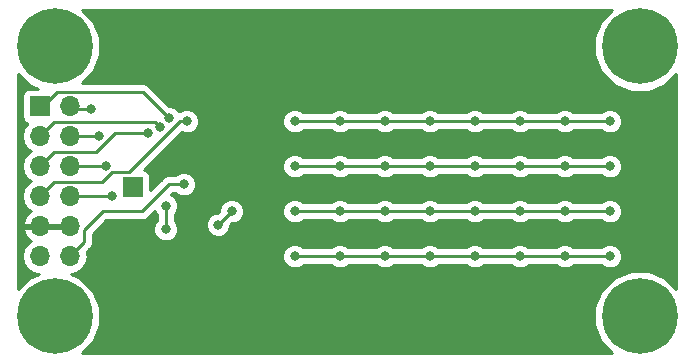
<source format=gbr>
G04 #@! TF.GenerationSoftware,KiCad,Pcbnew,5.0.2-bee76a0~70~ubuntu18.04.1*
G04 #@! TF.CreationDate,2019-08-18T09:54:40+02:00*
G04 #@! TF.ProjectId,595display,35393564-6973-4706-9c61-792e6b696361,rev?*
G04 #@! TF.SameCoordinates,PX5e78920PY37b6b20*
G04 #@! TF.FileFunction,Copper,L2,Bot*
G04 #@! TF.FilePolarity,Positive*
%FSLAX46Y46*%
G04 Gerber Fmt 4.6, Leading zero omitted, Abs format (unit mm)*
G04 Created by KiCad (PCBNEW 5.0.2-bee76a0~70~ubuntu18.04.1) date zo 18 aug 2019 09:54:40 CEST*
%MOMM*%
%LPD*%
G01*
G04 APERTURE LIST*
G04 #@! TA.AperFunction,ComponentPad*
%ADD10R,1.700000X1.700000*%
G04 #@! TD*
G04 #@! TA.AperFunction,ComponentPad*
%ADD11O,1.700000X1.700000*%
G04 #@! TD*
G04 #@! TA.AperFunction,ComponentPad*
%ADD12C,0.800000*%
G04 #@! TD*
G04 #@! TA.AperFunction,ComponentPad*
%ADD13C,6.400000*%
G04 #@! TD*
G04 #@! TA.AperFunction,ViaPad*
%ADD14C,0.800000*%
G04 #@! TD*
G04 #@! TA.AperFunction,Conductor*
%ADD15C,0.250000*%
G04 #@! TD*
G04 #@! TA.AperFunction,Conductor*
%ADD16C,0.254000*%
G04 #@! TD*
G04 APERTURE END LIST*
D10*
G04 #@! TO.P,J1,1*
G04 #@! TO.N,Net-(J1-Pad1)*
X2540000Y21590000D03*
D11*
G04 #@! TO.P,J1,2*
G04 #@! TO.N,Net-(J1-Pad2)*
X5080000Y21590000D03*
G04 #@! TO.P,J1,3*
G04 #@! TO.N,Net-(J1-Pad3)*
X2540000Y19050000D03*
G04 #@! TO.P,J1,4*
G04 #@! TO.N,Net-(J1-Pad4)*
X5080000Y19050000D03*
G04 #@! TO.P,J1,5*
G04 #@! TO.N,Net-(J1-Pad5)*
X2540000Y16510000D03*
G04 #@! TO.P,J1,6*
G04 #@! TO.N,Net-(J1-Pad6)*
X5080000Y16510000D03*
G04 #@! TO.P,J1,7*
G04 #@! TO.N,Net-(J1-Pad7)*
X2540000Y13970000D03*
G04 #@! TO.P,J1,8*
G04 #@! TO.N,Net-(J1-Pad8)*
X5080000Y13970000D03*
G04 #@! TO.P,J1,9*
G04 #@! TO.N,GND*
X2540000Y11430000D03*
G04 #@! TO.P,J1,10*
X5080000Y11430000D03*
G04 #@! TO.P,J1,11*
G04 #@! TO.N,VCC*
X2540000Y8890000D03*
G04 #@! TO.P,J1,12*
X5080000Y8890000D03*
G04 #@! TD*
D10*
G04 #@! TO.P,J2,1*
G04 #@! TO.N,Net-(J2-Pad1)*
X10414000Y14732000D03*
G04 #@! TD*
D12*
G04 #@! TO.P,REF\002A\002A,1*
G04 #@! TO.N,N/C*
X5507056Y28367056D03*
X3810000Y29070000D03*
X2112944Y28367056D03*
X1410000Y26670000D03*
X2112944Y24972944D03*
X3810000Y24270000D03*
X5507056Y24972944D03*
X6210000Y26670000D03*
D13*
X3810000Y26670000D03*
G04 #@! TD*
D12*
G04 #@! TO.P,REF\002A\002A,1*
G04 #@! TO.N,N/C*
X55037056Y28367056D03*
X53340000Y29070000D03*
X51642944Y28367056D03*
X50940000Y26670000D03*
X51642944Y24972944D03*
X53340000Y24270000D03*
X55037056Y24972944D03*
X55740000Y26670000D03*
D13*
X53340000Y26670000D03*
G04 #@! TD*
D12*
G04 #@! TO.P,REF\002A\002A,1*
G04 #@! TO.N,N/C*
X5507056Y5507056D03*
X3810000Y6210000D03*
X2112944Y5507056D03*
X1410000Y3810000D03*
X2112944Y2112944D03*
X3810000Y1410000D03*
X5507056Y2112944D03*
X6210000Y3810000D03*
D13*
X3810000Y3810000D03*
G04 #@! TD*
D12*
G04 #@! TO.P,REF\002A\002A,1*
G04 #@! TO.N,N/C*
X55037056Y5507056D03*
X53340000Y6210000D03*
X51642944Y5507056D03*
X50940000Y3810000D03*
X51642944Y2112944D03*
X53340000Y1410000D03*
X55037056Y2112944D03*
X55740000Y3810000D03*
D13*
X53340000Y3810000D03*
G04 #@! TD*
D14*
G04 #@! TO.N,VCC*
X14732000Y14986000D03*
G04 #@! TO.N,GND*
X7620000Y24130000D03*
X20320000Y7620000D03*
X17780000Y15240000D03*
G04 #@! TO.N,Net-(D1-Pad1)*
X13208000Y11176000D03*
X13208000Y13171000D03*
X50800000Y20320000D03*
X46990000Y20320000D03*
X43180000Y20320000D03*
X39370000Y20320000D03*
X35560000Y20320000D03*
X31750000Y20320000D03*
X27940000Y20320000D03*
X24130000Y20320000D03*
G04 #@! TO.N,Net-(D10-Pad1)*
X17648347Y11552347D03*
X18796000Y12700000D03*
X50800000Y16510000D03*
X46990000Y16510000D03*
X43180000Y16510000D03*
X39370000Y16510000D03*
X35560000Y16510000D03*
X31750000Y16510000D03*
X27940000Y16510000D03*
X24130000Y16510000D03*
G04 #@! TO.N,Net-(D11-Pad1)*
X50800000Y12700000D03*
X46990000Y12700000D03*
X43180000Y12700000D03*
X39370000Y12700000D03*
X35560000Y12700000D03*
X31750000Y12700000D03*
X27940000Y12700000D03*
X24130000Y12700000D03*
G04 #@! TO.N,Net-(D12-Pad1)*
X50800000Y8890000D03*
X46990000Y8890000D03*
X43180000Y8890000D03*
X39370000Y8890000D03*
X35560000Y8890000D03*
X31750000Y8890000D03*
X27940000Y8890000D03*
X24130000Y8890000D03*
G04 #@! TO.N,Net-(J1-Pad1)*
X13462000Y20574000D03*
G04 #@! TO.N,Net-(J1-Pad2)*
X6858000Y21336000D03*
G04 #@! TO.N,Net-(J1-Pad3)*
X12700000Y19812000D03*
G04 #@! TO.N,Net-(J1-Pad4)*
X7583000Y19050000D03*
G04 #@! TO.N,Net-(J1-Pad5)*
X11684000Y19304000D03*
G04 #@! TO.N,Net-(J1-Pad6)*
X8128000Y16510000D03*
G04 #@! TO.N,Net-(J1-Pad7)*
X14986000Y20320000D03*
G04 #@! TO.N,Net-(J1-Pad8)*
X8636000Y13970000D03*
G04 #@! TD*
D15*
G04 #@! TO.N,VCC*
X6255001Y10065001D02*
X6255001Y11081001D01*
X5080000Y8890000D02*
X6255001Y10065001D01*
X6255001Y11081001D02*
X7874000Y12700000D01*
X7874000Y12700000D02*
X11176000Y12700000D01*
X11176000Y12700000D02*
X13462000Y14986000D01*
X13462000Y14986000D02*
X14732000Y14986000D01*
G04 #@! TO.N,Net-(D1-Pad1)*
X13208000Y11176000D02*
X13208000Y13171000D01*
X50800000Y20320000D02*
X46990000Y20320000D01*
X46990000Y20320000D02*
X43180000Y20320000D01*
X43180000Y20320000D02*
X39370000Y20320000D01*
X39370000Y20320000D02*
X35560000Y20320000D01*
X35560000Y20320000D02*
X31750000Y20320000D01*
X31750000Y20320000D02*
X27940000Y20320000D01*
X27940000Y20320000D02*
X24130000Y20320000D01*
G04 #@! TO.N,Net-(D10-Pad1)*
X17648347Y11552347D02*
X18796000Y12700000D01*
X50800000Y16510000D02*
X46990000Y16510000D01*
X46990000Y16510000D02*
X43180000Y16510000D01*
X43180000Y16510000D02*
X39370000Y16510000D01*
X39370000Y16510000D02*
X35560000Y16510000D01*
X35560000Y16510000D02*
X31750000Y16510000D01*
X31750000Y16510000D02*
X27940000Y16510000D01*
X27940000Y16510000D02*
X24130000Y16510000D01*
G04 #@! TO.N,Net-(D11-Pad1)*
X50800000Y12700000D02*
X46990000Y12700000D01*
X46990000Y12700000D02*
X43180000Y12700000D01*
X43180000Y12700000D02*
X39370000Y12700000D01*
X39370000Y12700000D02*
X35560000Y12700000D01*
X35560000Y12700000D02*
X31750000Y12700000D01*
X31750000Y12700000D02*
X27940000Y12700000D01*
X27940000Y12700000D02*
X24130000Y12700000D01*
G04 #@! TO.N,Net-(D12-Pad1)*
X50800000Y8890000D02*
X46990000Y8890000D01*
X46990000Y8890000D02*
X43180000Y8890000D01*
X43180000Y8890000D02*
X39370000Y8890000D01*
X39370000Y8890000D02*
X35560000Y8890000D01*
X35560000Y8890000D02*
X31750000Y8890000D01*
X31750000Y8890000D02*
X27940000Y8890000D01*
X27940000Y8890000D02*
X24130000Y8890000D01*
G04 #@! TO.N,Net-(J1-Pad1)*
X2794000Y21590000D02*
X2540000Y21590000D01*
X3969001Y22765001D02*
X2794000Y21590000D01*
X13462000Y20574000D02*
X11270999Y22765001D01*
X11270999Y22765001D02*
X3969001Y22765001D01*
G04 #@! TO.N,Net-(J1-Pad2)*
X5334000Y21336000D02*
X5080000Y21590000D01*
X6858000Y21336000D02*
X5334000Y21336000D01*
G04 #@! TO.N,Net-(J1-Pad3)*
X12286999Y20225001D02*
X3715001Y20225001D01*
X3389999Y19899999D02*
X2540000Y19050000D01*
X3715001Y20225001D02*
X3389999Y19899999D01*
X12700000Y19812000D02*
X12286999Y20225001D01*
G04 #@! TO.N,Net-(J1-Pad4)*
X7583000Y19050000D02*
X5080000Y19050000D01*
G04 #@! TO.N,Net-(J1-Pad5)*
X3715001Y17685001D02*
X3389999Y17359999D01*
X3389999Y17359999D02*
X2540000Y16510000D01*
X7291003Y17685001D02*
X3715001Y17685001D01*
X8910002Y19304000D02*
X7291003Y17685001D01*
X11684000Y19304000D02*
X8910002Y19304000D01*
G04 #@! TO.N,Net-(J1-Pad6)*
X8128000Y16510000D02*
X5080000Y16510000D01*
G04 #@! TO.N,Net-(J1-Pad7)*
X3389999Y14819999D02*
X2540000Y13970000D01*
X3715001Y15145001D02*
X3389999Y14819999D01*
X7836003Y15145001D02*
X3715001Y15145001D01*
X8693002Y16002000D02*
X7836003Y15145001D01*
X10102315Y16002000D02*
X8693002Y16002000D01*
X14420315Y20320000D02*
X10102315Y16002000D01*
X14986000Y20320000D02*
X14420315Y20320000D01*
G04 #@! TO.N,Net-(J1-Pad8)*
X8636000Y13970000D02*
X5080000Y13970000D01*
G04 #@! TD*
D16*
G04 #@! TO.N,GND*
G36*
X50088844Y28842353D02*
X49505000Y27432829D01*
X49505000Y25907171D01*
X50088844Y24497647D01*
X51167647Y23418844D01*
X52577171Y22835000D01*
X54102829Y22835000D01*
X55512353Y23418844D01*
X56440001Y24346492D01*
X56440000Y6133509D01*
X55512353Y7061156D01*
X54102829Y7645000D01*
X52577171Y7645000D01*
X51167647Y7061156D01*
X50088844Y5982353D01*
X49505000Y4572829D01*
X49505000Y3047171D01*
X50088844Y1637647D01*
X51016491Y710000D01*
X6133509Y710000D01*
X7061156Y1637647D01*
X7645000Y3047171D01*
X7645000Y4572829D01*
X7061156Y5982353D01*
X5982353Y7061156D01*
X5152240Y7405000D01*
X5226256Y7405000D01*
X5659418Y7491161D01*
X6150625Y7819375D01*
X6478839Y8310582D01*
X6594092Y8890000D01*
X6553142Y9095874D01*
X23095000Y9095874D01*
X23095000Y8684126D01*
X23252569Y8303720D01*
X23543720Y8012569D01*
X23924126Y7855000D01*
X24335874Y7855000D01*
X24716280Y8012569D01*
X24833711Y8130000D01*
X27236289Y8130000D01*
X27353720Y8012569D01*
X27734126Y7855000D01*
X28145874Y7855000D01*
X28526280Y8012569D01*
X28643711Y8130000D01*
X31046289Y8130000D01*
X31163720Y8012569D01*
X31544126Y7855000D01*
X31955874Y7855000D01*
X32336280Y8012569D01*
X32453711Y8130000D01*
X34856289Y8130000D01*
X34973720Y8012569D01*
X35354126Y7855000D01*
X35765874Y7855000D01*
X36146280Y8012569D01*
X36263711Y8130000D01*
X38666289Y8130000D01*
X38783720Y8012569D01*
X39164126Y7855000D01*
X39575874Y7855000D01*
X39956280Y8012569D01*
X40073711Y8130000D01*
X42476289Y8130000D01*
X42593720Y8012569D01*
X42974126Y7855000D01*
X43385874Y7855000D01*
X43766280Y8012569D01*
X43883711Y8130000D01*
X46286289Y8130000D01*
X46403720Y8012569D01*
X46784126Y7855000D01*
X47195874Y7855000D01*
X47576280Y8012569D01*
X47693711Y8130000D01*
X50096289Y8130000D01*
X50213720Y8012569D01*
X50594126Y7855000D01*
X51005874Y7855000D01*
X51386280Y8012569D01*
X51677431Y8303720D01*
X51835000Y8684126D01*
X51835000Y9095874D01*
X51677431Y9476280D01*
X51386280Y9767431D01*
X51005874Y9925000D01*
X50594126Y9925000D01*
X50213720Y9767431D01*
X50096289Y9650000D01*
X47693711Y9650000D01*
X47576280Y9767431D01*
X47195874Y9925000D01*
X46784126Y9925000D01*
X46403720Y9767431D01*
X46286289Y9650000D01*
X43883711Y9650000D01*
X43766280Y9767431D01*
X43385874Y9925000D01*
X42974126Y9925000D01*
X42593720Y9767431D01*
X42476289Y9650000D01*
X40073711Y9650000D01*
X39956280Y9767431D01*
X39575874Y9925000D01*
X39164126Y9925000D01*
X38783720Y9767431D01*
X38666289Y9650000D01*
X36263711Y9650000D01*
X36146280Y9767431D01*
X35765874Y9925000D01*
X35354126Y9925000D01*
X34973720Y9767431D01*
X34856289Y9650000D01*
X32453711Y9650000D01*
X32336280Y9767431D01*
X31955874Y9925000D01*
X31544126Y9925000D01*
X31163720Y9767431D01*
X31046289Y9650000D01*
X28643711Y9650000D01*
X28526280Y9767431D01*
X28145874Y9925000D01*
X27734126Y9925000D01*
X27353720Y9767431D01*
X27236289Y9650000D01*
X24833711Y9650000D01*
X24716280Y9767431D01*
X24335874Y9925000D01*
X23924126Y9925000D01*
X23543720Y9767431D01*
X23252569Y9476280D01*
X23095000Y9095874D01*
X6553142Y9095874D01*
X6521209Y9256407D01*
X6739477Y9474674D01*
X6802930Y9517072D01*
X6845328Y9580525D01*
X6845330Y9580527D01*
X6929103Y9705903D01*
X6970905Y9768464D01*
X7015001Y9990149D01*
X7015001Y9990153D01*
X7029889Y10065000D01*
X7015001Y10139847D01*
X7015001Y10766200D01*
X8188803Y11940000D01*
X11101153Y11940000D01*
X11176000Y11925112D01*
X11250847Y11940000D01*
X11250852Y11940000D01*
X11472537Y11984096D01*
X11723929Y12152071D01*
X11766331Y12215530D01*
X12273441Y12722640D01*
X12330569Y12584720D01*
X12448001Y12467288D01*
X12448000Y11879711D01*
X12330569Y11762280D01*
X12173000Y11381874D01*
X12173000Y10970126D01*
X12330569Y10589720D01*
X12621720Y10298569D01*
X13002126Y10141000D01*
X13413874Y10141000D01*
X13794280Y10298569D01*
X14085431Y10589720D01*
X14243000Y10970126D01*
X14243000Y11381874D01*
X14087113Y11758221D01*
X16613347Y11758221D01*
X16613347Y11346473D01*
X16770916Y10966067D01*
X17062067Y10674916D01*
X17442473Y10517347D01*
X17854221Y10517347D01*
X18234627Y10674916D01*
X18525778Y10966067D01*
X18683347Y11346473D01*
X18683347Y11512545D01*
X18835802Y11665000D01*
X19001874Y11665000D01*
X19382280Y11822569D01*
X19673431Y12113720D01*
X19831000Y12494126D01*
X19831000Y12905874D01*
X23095000Y12905874D01*
X23095000Y12494126D01*
X23252569Y12113720D01*
X23543720Y11822569D01*
X23924126Y11665000D01*
X24335874Y11665000D01*
X24716280Y11822569D01*
X24833711Y11940000D01*
X27236289Y11940000D01*
X27353720Y11822569D01*
X27734126Y11665000D01*
X28145874Y11665000D01*
X28526280Y11822569D01*
X28643711Y11940000D01*
X31046289Y11940000D01*
X31163720Y11822569D01*
X31544126Y11665000D01*
X31955874Y11665000D01*
X32336280Y11822569D01*
X32453711Y11940000D01*
X34856289Y11940000D01*
X34973720Y11822569D01*
X35354126Y11665000D01*
X35765874Y11665000D01*
X36146280Y11822569D01*
X36263711Y11940000D01*
X38666289Y11940000D01*
X38783720Y11822569D01*
X39164126Y11665000D01*
X39575874Y11665000D01*
X39956280Y11822569D01*
X40073711Y11940000D01*
X42476289Y11940000D01*
X42593720Y11822569D01*
X42974126Y11665000D01*
X43385874Y11665000D01*
X43766280Y11822569D01*
X43883711Y11940000D01*
X46286289Y11940000D01*
X46403720Y11822569D01*
X46784126Y11665000D01*
X47195874Y11665000D01*
X47576280Y11822569D01*
X47693711Y11940000D01*
X50096289Y11940000D01*
X50213720Y11822569D01*
X50594126Y11665000D01*
X51005874Y11665000D01*
X51386280Y11822569D01*
X51677431Y12113720D01*
X51835000Y12494126D01*
X51835000Y12905874D01*
X51677431Y13286280D01*
X51386280Y13577431D01*
X51005874Y13735000D01*
X50594126Y13735000D01*
X50213720Y13577431D01*
X50096289Y13460000D01*
X47693711Y13460000D01*
X47576280Y13577431D01*
X47195874Y13735000D01*
X46784126Y13735000D01*
X46403720Y13577431D01*
X46286289Y13460000D01*
X43883711Y13460000D01*
X43766280Y13577431D01*
X43385874Y13735000D01*
X42974126Y13735000D01*
X42593720Y13577431D01*
X42476289Y13460000D01*
X40073711Y13460000D01*
X39956280Y13577431D01*
X39575874Y13735000D01*
X39164126Y13735000D01*
X38783720Y13577431D01*
X38666289Y13460000D01*
X36263711Y13460000D01*
X36146280Y13577431D01*
X35765874Y13735000D01*
X35354126Y13735000D01*
X34973720Y13577431D01*
X34856289Y13460000D01*
X32453711Y13460000D01*
X32336280Y13577431D01*
X31955874Y13735000D01*
X31544126Y13735000D01*
X31163720Y13577431D01*
X31046289Y13460000D01*
X28643711Y13460000D01*
X28526280Y13577431D01*
X28145874Y13735000D01*
X27734126Y13735000D01*
X27353720Y13577431D01*
X27236289Y13460000D01*
X24833711Y13460000D01*
X24716280Y13577431D01*
X24335874Y13735000D01*
X23924126Y13735000D01*
X23543720Y13577431D01*
X23252569Y13286280D01*
X23095000Y12905874D01*
X19831000Y12905874D01*
X19673431Y13286280D01*
X19382280Y13577431D01*
X19001874Y13735000D01*
X18590126Y13735000D01*
X18209720Y13577431D01*
X17918569Y13286280D01*
X17761000Y12905874D01*
X17761000Y12739802D01*
X17608545Y12587347D01*
X17442473Y12587347D01*
X17062067Y12429778D01*
X16770916Y12138627D01*
X16613347Y11758221D01*
X14087113Y11758221D01*
X14085431Y11762280D01*
X13968000Y11879711D01*
X13968000Y12467289D01*
X14085431Y12584720D01*
X14243000Y12965126D01*
X14243000Y13376874D01*
X14085431Y13757280D01*
X13794280Y14048431D01*
X13656361Y14105559D01*
X13776802Y14226000D01*
X14028289Y14226000D01*
X14145720Y14108569D01*
X14526126Y13951000D01*
X14937874Y13951000D01*
X15318280Y14108569D01*
X15609431Y14399720D01*
X15767000Y14780126D01*
X15767000Y15191874D01*
X15609431Y15572280D01*
X15318280Y15863431D01*
X14937874Y16021000D01*
X14526126Y16021000D01*
X14145720Y15863431D01*
X14028289Y15746000D01*
X13536846Y15746000D01*
X13461999Y15760888D01*
X13387152Y15746000D01*
X13387148Y15746000D01*
X13165463Y15701904D01*
X12914071Y15533929D01*
X12871671Y15470473D01*
X11911440Y14510242D01*
X11911440Y15582000D01*
X11862157Y15829765D01*
X11721809Y16039809D01*
X11511765Y16180157D01*
X11381237Y16206120D01*
X11890991Y16715874D01*
X23095000Y16715874D01*
X23095000Y16304126D01*
X23252569Y15923720D01*
X23543720Y15632569D01*
X23924126Y15475000D01*
X24335874Y15475000D01*
X24716280Y15632569D01*
X24833711Y15750000D01*
X27236289Y15750000D01*
X27353720Y15632569D01*
X27734126Y15475000D01*
X28145874Y15475000D01*
X28526280Y15632569D01*
X28643711Y15750000D01*
X31046289Y15750000D01*
X31163720Y15632569D01*
X31544126Y15475000D01*
X31955874Y15475000D01*
X32336280Y15632569D01*
X32453711Y15750000D01*
X34856289Y15750000D01*
X34973720Y15632569D01*
X35354126Y15475000D01*
X35765874Y15475000D01*
X36146280Y15632569D01*
X36263711Y15750000D01*
X38666289Y15750000D01*
X38783720Y15632569D01*
X39164126Y15475000D01*
X39575874Y15475000D01*
X39956280Y15632569D01*
X40073711Y15750000D01*
X42476289Y15750000D01*
X42593720Y15632569D01*
X42974126Y15475000D01*
X43385874Y15475000D01*
X43766280Y15632569D01*
X43883711Y15750000D01*
X46286289Y15750000D01*
X46403720Y15632569D01*
X46784126Y15475000D01*
X47195874Y15475000D01*
X47576280Y15632569D01*
X47693711Y15750000D01*
X50096289Y15750000D01*
X50213720Y15632569D01*
X50594126Y15475000D01*
X51005874Y15475000D01*
X51386280Y15632569D01*
X51677431Y15923720D01*
X51835000Y16304126D01*
X51835000Y16715874D01*
X51677431Y17096280D01*
X51386280Y17387431D01*
X51005874Y17545000D01*
X50594126Y17545000D01*
X50213720Y17387431D01*
X50096289Y17270000D01*
X47693711Y17270000D01*
X47576280Y17387431D01*
X47195874Y17545000D01*
X46784126Y17545000D01*
X46403720Y17387431D01*
X46286289Y17270000D01*
X43883711Y17270000D01*
X43766280Y17387431D01*
X43385874Y17545000D01*
X42974126Y17545000D01*
X42593720Y17387431D01*
X42476289Y17270000D01*
X40073711Y17270000D01*
X39956280Y17387431D01*
X39575874Y17545000D01*
X39164126Y17545000D01*
X38783720Y17387431D01*
X38666289Y17270000D01*
X36263711Y17270000D01*
X36146280Y17387431D01*
X35765874Y17545000D01*
X35354126Y17545000D01*
X34973720Y17387431D01*
X34856289Y17270000D01*
X32453711Y17270000D01*
X32336280Y17387431D01*
X31955874Y17545000D01*
X31544126Y17545000D01*
X31163720Y17387431D01*
X31046289Y17270000D01*
X28643711Y17270000D01*
X28526280Y17387431D01*
X28145874Y17545000D01*
X27734126Y17545000D01*
X27353720Y17387431D01*
X27236289Y17270000D01*
X24833711Y17270000D01*
X24716280Y17387431D01*
X24335874Y17545000D01*
X23924126Y17545000D01*
X23543720Y17387431D01*
X23252569Y17096280D01*
X23095000Y16715874D01*
X11890991Y16715874D01*
X14553845Y19378728D01*
X14780126Y19285000D01*
X15191874Y19285000D01*
X15572280Y19442569D01*
X15863431Y19733720D01*
X16021000Y20114126D01*
X16021000Y20525874D01*
X23095000Y20525874D01*
X23095000Y20114126D01*
X23252569Y19733720D01*
X23543720Y19442569D01*
X23924126Y19285000D01*
X24335874Y19285000D01*
X24716280Y19442569D01*
X24833711Y19560000D01*
X27236289Y19560000D01*
X27353720Y19442569D01*
X27734126Y19285000D01*
X28145874Y19285000D01*
X28526280Y19442569D01*
X28643711Y19560000D01*
X31046289Y19560000D01*
X31163720Y19442569D01*
X31544126Y19285000D01*
X31955874Y19285000D01*
X32336280Y19442569D01*
X32453711Y19560000D01*
X34856289Y19560000D01*
X34973720Y19442569D01*
X35354126Y19285000D01*
X35765874Y19285000D01*
X36146280Y19442569D01*
X36263711Y19560000D01*
X38666289Y19560000D01*
X38783720Y19442569D01*
X39164126Y19285000D01*
X39575874Y19285000D01*
X39956280Y19442569D01*
X40073711Y19560000D01*
X42476289Y19560000D01*
X42593720Y19442569D01*
X42974126Y19285000D01*
X43385874Y19285000D01*
X43766280Y19442569D01*
X43883711Y19560000D01*
X46286289Y19560000D01*
X46403720Y19442569D01*
X46784126Y19285000D01*
X47195874Y19285000D01*
X47576280Y19442569D01*
X47693711Y19560000D01*
X50096289Y19560000D01*
X50213720Y19442569D01*
X50594126Y19285000D01*
X51005874Y19285000D01*
X51386280Y19442569D01*
X51677431Y19733720D01*
X51835000Y20114126D01*
X51835000Y20525874D01*
X51677431Y20906280D01*
X51386280Y21197431D01*
X51005874Y21355000D01*
X50594126Y21355000D01*
X50213720Y21197431D01*
X50096289Y21080000D01*
X47693711Y21080000D01*
X47576280Y21197431D01*
X47195874Y21355000D01*
X46784126Y21355000D01*
X46403720Y21197431D01*
X46286289Y21080000D01*
X43883711Y21080000D01*
X43766280Y21197431D01*
X43385874Y21355000D01*
X42974126Y21355000D01*
X42593720Y21197431D01*
X42476289Y21080000D01*
X40073711Y21080000D01*
X39956280Y21197431D01*
X39575874Y21355000D01*
X39164126Y21355000D01*
X38783720Y21197431D01*
X38666289Y21080000D01*
X36263711Y21080000D01*
X36146280Y21197431D01*
X35765874Y21355000D01*
X35354126Y21355000D01*
X34973720Y21197431D01*
X34856289Y21080000D01*
X32453711Y21080000D01*
X32336280Y21197431D01*
X31955874Y21355000D01*
X31544126Y21355000D01*
X31163720Y21197431D01*
X31046289Y21080000D01*
X28643711Y21080000D01*
X28526280Y21197431D01*
X28145874Y21355000D01*
X27734126Y21355000D01*
X27353720Y21197431D01*
X27236289Y21080000D01*
X24833711Y21080000D01*
X24716280Y21197431D01*
X24335874Y21355000D01*
X23924126Y21355000D01*
X23543720Y21197431D01*
X23252569Y20906280D01*
X23095000Y20525874D01*
X16021000Y20525874D01*
X15863431Y20906280D01*
X15572280Y21197431D01*
X15191874Y21355000D01*
X14780126Y21355000D01*
X14399720Y21197431D01*
X14346208Y21143919D01*
X14339431Y21160280D01*
X14048280Y21451431D01*
X13667874Y21609000D01*
X13501803Y21609000D01*
X11861330Y23249471D01*
X11818928Y23312930D01*
X11567536Y23480905D01*
X11345851Y23525001D01*
X11345846Y23525001D01*
X11270999Y23539889D01*
X11196152Y23525001D01*
X6088510Y23525001D01*
X7061156Y24497647D01*
X7645000Y25907171D01*
X7645000Y27432829D01*
X7061156Y28842353D01*
X6133509Y29770000D01*
X51016491Y29770000D01*
X50088844Y28842353D01*
X50088844Y28842353D01*
G37*
X50088844Y28842353D02*
X49505000Y27432829D01*
X49505000Y25907171D01*
X50088844Y24497647D01*
X51167647Y23418844D01*
X52577171Y22835000D01*
X54102829Y22835000D01*
X55512353Y23418844D01*
X56440001Y24346492D01*
X56440000Y6133509D01*
X55512353Y7061156D01*
X54102829Y7645000D01*
X52577171Y7645000D01*
X51167647Y7061156D01*
X50088844Y5982353D01*
X49505000Y4572829D01*
X49505000Y3047171D01*
X50088844Y1637647D01*
X51016491Y710000D01*
X6133509Y710000D01*
X7061156Y1637647D01*
X7645000Y3047171D01*
X7645000Y4572829D01*
X7061156Y5982353D01*
X5982353Y7061156D01*
X5152240Y7405000D01*
X5226256Y7405000D01*
X5659418Y7491161D01*
X6150625Y7819375D01*
X6478839Y8310582D01*
X6594092Y8890000D01*
X6553142Y9095874D01*
X23095000Y9095874D01*
X23095000Y8684126D01*
X23252569Y8303720D01*
X23543720Y8012569D01*
X23924126Y7855000D01*
X24335874Y7855000D01*
X24716280Y8012569D01*
X24833711Y8130000D01*
X27236289Y8130000D01*
X27353720Y8012569D01*
X27734126Y7855000D01*
X28145874Y7855000D01*
X28526280Y8012569D01*
X28643711Y8130000D01*
X31046289Y8130000D01*
X31163720Y8012569D01*
X31544126Y7855000D01*
X31955874Y7855000D01*
X32336280Y8012569D01*
X32453711Y8130000D01*
X34856289Y8130000D01*
X34973720Y8012569D01*
X35354126Y7855000D01*
X35765874Y7855000D01*
X36146280Y8012569D01*
X36263711Y8130000D01*
X38666289Y8130000D01*
X38783720Y8012569D01*
X39164126Y7855000D01*
X39575874Y7855000D01*
X39956280Y8012569D01*
X40073711Y8130000D01*
X42476289Y8130000D01*
X42593720Y8012569D01*
X42974126Y7855000D01*
X43385874Y7855000D01*
X43766280Y8012569D01*
X43883711Y8130000D01*
X46286289Y8130000D01*
X46403720Y8012569D01*
X46784126Y7855000D01*
X47195874Y7855000D01*
X47576280Y8012569D01*
X47693711Y8130000D01*
X50096289Y8130000D01*
X50213720Y8012569D01*
X50594126Y7855000D01*
X51005874Y7855000D01*
X51386280Y8012569D01*
X51677431Y8303720D01*
X51835000Y8684126D01*
X51835000Y9095874D01*
X51677431Y9476280D01*
X51386280Y9767431D01*
X51005874Y9925000D01*
X50594126Y9925000D01*
X50213720Y9767431D01*
X50096289Y9650000D01*
X47693711Y9650000D01*
X47576280Y9767431D01*
X47195874Y9925000D01*
X46784126Y9925000D01*
X46403720Y9767431D01*
X46286289Y9650000D01*
X43883711Y9650000D01*
X43766280Y9767431D01*
X43385874Y9925000D01*
X42974126Y9925000D01*
X42593720Y9767431D01*
X42476289Y9650000D01*
X40073711Y9650000D01*
X39956280Y9767431D01*
X39575874Y9925000D01*
X39164126Y9925000D01*
X38783720Y9767431D01*
X38666289Y9650000D01*
X36263711Y9650000D01*
X36146280Y9767431D01*
X35765874Y9925000D01*
X35354126Y9925000D01*
X34973720Y9767431D01*
X34856289Y9650000D01*
X32453711Y9650000D01*
X32336280Y9767431D01*
X31955874Y9925000D01*
X31544126Y9925000D01*
X31163720Y9767431D01*
X31046289Y9650000D01*
X28643711Y9650000D01*
X28526280Y9767431D01*
X28145874Y9925000D01*
X27734126Y9925000D01*
X27353720Y9767431D01*
X27236289Y9650000D01*
X24833711Y9650000D01*
X24716280Y9767431D01*
X24335874Y9925000D01*
X23924126Y9925000D01*
X23543720Y9767431D01*
X23252569Y9476280D01*
X23095000Y9095874D01*
X6553142Y9095874D01*
X6521209Y9256407D01*
X6739477Y9474674D01*
X6802930Y9517072D01*
X6845328Y9580525D01*
X6845330Y9580527D01*
X6929103Y9705903D01*
X6970905Y9768464D01*
X7015001Y9990149D01*
X7015001Y9990153D01*
X7029889Y10065000D01*
X7015001Y10139847D01*
X7015001Y10766200D01*
X8188803Y11940000D01*
X11101153Y11940000D01*
X11176000Y11925112D01*
X11250847Y11940000D01*
X11250852Y11940000D01*
X11472537Y11984096D01*
X11723929Y12152071D01*
X11766331Y12215530D01*
X12273441Y12722640D01*
X12330569Y12584720D01*
X12448001Y12467288D01*
X12448000Y11879711D01*
X12330569Y11762280D01*
X12173000Y11381874D01*
X12173000Y10970126D01*
X12330569Y10589720D01*
X12621720Y10298569D01*
X13002126Y10141000D01*
X13413874Y10141000D01*
X13794280Y10298569D01*
X14085431Y10589720D01*
X14243000Y10970126D01*
X14243000Y11381874D01*
X14087113Y11758221D01*
X16613347Y11758221D01*
X16613347Y11346473D01*
X16770916Y10966067D01*
X17062067Y10674916D01*
X17442473Y10517347D01*
X17854221Y10517347D01*
X18234627Y10674916D01*
X18525778Y10966067D01*
X18683347Y11346473D01*
X18683347Y11512545D01*
X18835802Y11665000D01*
X19001874Y11665000D01*
X19382280Y11822569D01*
X19673431Y12113720D01*
X19831000Y12494126D01*
X19831000Y12905874D01*
X23095000Y12905874D01*
X23095000Y12494126D01*
X23252569Y12113720D01*
X23543720Y11822569D01*
X23924126Y11665000D01*
X24335874Y11665000D01*
X24716280Y11822569D01*
X24833711Y11940000D01*
X27236289Y11940000D01*
X27353720Y11822569D01*
X27734126Y11665000D01*
X28145874Y11665000D01*
X28526280Y11822569D01*
X28643711Y11940000D01*
X31046289Y11940000D01*
X31163720Y11822569D01*
X31544126Y11665000D01*
X31955874Y11665000D01*
X32336280Y11822569D01*
X32453711Y11940000D01*
X34856289Y11940000D01*
X34973720Y11822569D01*
X35354126Y11665000D01*
X35765874Y11665000D01*
X36146280Y11822569D01*
X36263711Y11940000D01*
X38666289Y11940000D01*
X38783720Y11822569D01*
X39164126Y11665000D01*
X39575874Y11665000D01*
X39956280Y11822569D01*
X40073711Y11940000D01*
X42476289Y11940000D01*
X42593720Y11822569D01*
X42974126Y11665000D01*
X43385874Y11665000D01*
X43766280Y11822569D01*
X43883711Y11940000D01*
X46286289Y11940000D01*
X46403720Y11822569D01*
X46784126Y11665000D01*
X47195874Y11665000D01*
X47576280Y11822569D01*
X47693711Y11940000D01*
X50096289Y11940000D01*
X50213720Y11822569D01*
X50594126Y11665000D01*
X51005874Y11665000D01*
X51386280Y11822569D01*
X51677431Y12113720D01*
X51835000Y12494126D01*
X51835000Y12905874D01*
X51677431Y13286280D01*
X51386280Y13577431D01*
X51005874Y13735000D01*
X50594126Y13735000D01*
X50213720Y13577431D01*
X50096289Y13460000D01*
X47693711Y13460000D01*
X47576280Y13577431D01*
X47195874Y13735000D01*
X46784126Y13735000D01*
X46403720Y13577431D01*
X46286289Y13460000D01*
X43883711Y13460000D01*
X43766280Y13577431D01*
X43385874Y13735000D01*
X42974126Y13735000D01*
X42593720Y13577431D01*
X42476289Y13460000D01*
X40073711Y13460000D01*
X39956280Y13577431D01*
X39575874Y13735000D01*
X39164126Y13735000D01*
X38783720Y13577431D01*
X38666289Y13460000D01*
X36263711Y13460000D01*
X36146280Y13577431D01*
X35765874Y13735000D01*
X35354126Y13735000D01*
X34973720Y13577431D01*
X34856289Y13460000D01*
X32453711Y13460000D01*
X32336280Y13577431D01*
X31955874Y13735000D01*
X31544126Y13735000D01*
X31163720Y13577431D01*
X31046289Y13460000D01*
X28643711Y13460000D01*
X28526280Y13577431D01*
X28145874Y13735000D01*
X27734126Y13735000D01*
X27353720Y13577431D01*
X27236289Y13460000D01*
X24833711Y13460000D01*
X24716280Y13577431D01*
X24335874Y13735000D01*
X23924126Y13735000D01*
X23543720Y13577431D01*
X23252569Y13286280D01*
X23095000Y12905874D01*
X19831000Y12905874D01*
X19673431Y13286280D01*
X19382280Y13577431D01*
X19001874Y13735000D01*
X18590126Y13735000D01*
X18209720Y13577431D01*
X17918569Y13286280D01*
X17761000Y12905874D01*
X17761000Y12739802D01*
X17608545Y12587347D01*
X17442473Y12587347D01*
X17062067Y12429778D01*
X16770916Y12138627D01*
X16613347Y11758221D01*
X14087113Y11758221D01*
X14085431Y11762280D01*
X13968000Y11879711D01*
X13968000Y12467289D01*
X14085431Y12584720D01*
X14243000Y12965126D01*
X14243000Y13376874D01*
X14085431Y13757280D01*
X13794280Y14048431D01*
X13656361Y14105559D01*
X13776802Y14226000D01*
X14028289Y14226000D01*
X14145720Y14108569D01*
X14526126Y13951000D01*
X14937874Y13951000D01*
X15318280Y14108569D01*
X15609431Y14399720D01*
X15767000Y14780126D01*
X15767000Y15191874D01*
X15609431Y15572280D01*
X15318280Y15863431D01*
X14937874Y16021000D01*
X14526126Y16021000D01*
X14145720Y15863431D01*
X14028289Y15746000D01*
X13536846Y15746000D01*
X13461999Y15760888D01*
X13387152Y15746000D01*
X13387148Y15746000D01*
X13165463Y15701904D01*
X12914071Y15533929D01*
X12871671Y15470473D01*
X11911440Y14510242D01*
X11911440Y15582000D01*
X11862157Y15829765D01*
X11721809Y16039809D01*
X11511765Y16180157D01*
X11381237Y16206120D01*
X11890991Y16715874D01*
X23095000Y16715874D01*
X23095000Y16304126D01*
X23252569Y15923720D01*
X23543720Y15632569D01*
X23924126Y15475000D01*
X24335874Y15475000D01*
X24716280Y15632569D01*
X24833711Y15750000D01*
X27236289Y15750000D01*
X27353720Y15632569D01*
X27734126Y15475000D01*
X28145874Y15475000D01*
X28526280Y15632569D01*
X28643711Y15750000D01*
X31046289Y15750000D01*
X31163720Y15632569D01*
X31544126Y15475000D01*
X31955874Y15475000D01*
X32336280Y15632569D01*
X32453711Y15750000D01*
X34856289Y15750000D01*
X34973720Y15632569D01*
X35354126Y15475000D01*
X35765874Y15475000D01*
X36146280Y15632569D01*
X36263711Y15750000D01*
X38666289Y15750000D01*
X38783720Y15632569D01*
X39164126Y15475000D01*
X39575874Y15475000D01*
X39956280Y15632569D01*
X40073711Y15750000D01*
X42476289Y15750000D01*
X42593720Y15632569D01*
X42974126Y15475000D01*
X43385874Y15475000D01*
X43766280Y15632569D01*
X43883711Y15750000D01*
X46286289Y15750000D01*
X46403720Y15632569D01*
X46784126Y15475000D01*
X47195874Y15475000D01*
X47576280Y15632569D01*
X47693711Y15750000D01*
X50096289Y15750000D01*
X50213720Y15632569D01*
X50594126Y15475000D01*
X51005874Y15475000D01*
X51386280Y15632569D01*
X51677431Y15923720D01*
X51835000Y16304126D01*
X51835000Y16715874D01*
X51677431Y17096280D01*
X51386280Y17387431D01*
X51005874Y17545000D01*
X50594126Y17545000D01*
X50213720Y17387431D01*
X50096289Y17270000D01*
X47693711Y17270000D01*
X47576280Y17387431D01*
X47195874Y17545000D01*
X46784126Y17545000D01*
X46403720Y17387431D01*
X46286289Y17270000D01*
X43883711Y17270000D01*
X43766280Y17387431D01*
X43385874Y17545000D01*
X42974126Y17545000D01*
X42593720Y17387431D01*
X42476289Y17270000D01*
X40073711Y17270000D01*
X39956280Y17387431D01*
X39575874Y17545000D01*
X39164126Y17545000D01*
X38783720Y17387431D01*
X38666289Y17270000D01*
X36263711Y17270000D01*
X36146280Y17387431D01*
X35765874Y17545000D01*
X35354126Y17545000D01*
X34973720Y17387431D01*
X34856289Y17270000D01*
X32453711Y17270000D01*
X32336280Y17387431D01*
X31955874Y17545000D01*
X31544126Y17545000D01*
X31163720Y17387431D01*
X31046289Y17270000D01*
X28643711Y17270000D01*
X28526280Y17387431D01*
X28145874Y17545000D01*
X27734126Y17545000D01*
X27353720Y17387431D01*
X27236289Y17270000D01*
X24833711Y17270000D01*
X24716280Y17387431D01*
X24335874Y17545000D01*
X23924126Y17545000D01*
X23543720Y17387431D01*
X23252569Y17096280D01*
X23095000Y16715874D01*
X11890991Y16715874D01*
X14553845Y19378728D01*
X14780126Y19285000D01*
X15191874Y19285000D01*
X15572280Y19442569D01*
X15863431Y19733720D01*
X16021000Y20114126D01*
X16021000Y20525874D01*
X23095000Y20525874D01*
X23095000Y20114126D01*
X23252569Y19733720D01*
X23543720Y19442569D01*
X23924126Y19285000D01*
X24335874Y19285000D01*
X24716280Y19442569D01*
X24833711Y19560000D01*
X27236289Y19560000D01*
X27353720Y19442569D01*
X27734126Y19285000D01*
X28145874Y19285000D01*
X28526280Y19442569D01*
X28643711Y19560000D01*
X31046289Y19560000D01*
X31163720Y19442569D01*
X31544126Y19285000D01*
X31955874Y19285000D01*
X32336280Y19442569D01*
X32453711Y19560000D01*
X34856289Y19560000D01*
X34973720Y19442569D01*
X35354126Y19285000D01*
X35765874Y19285000D01*
X36146280Y19442569D01*
X36263711Y19560000D01*
X38666289Y19560000D01*
X38783720Y19442569D01*
X39164126Y19285000D01*
X39575874Y19285000D01*
X39956280Y19442569D01*
X40073711Y19560000D01*
X42476289Y19560000D01*
X42593720Y19442569D01*
X42974126Y19285000D01*
X43385874Y19285000D01*
X43766280Y19442569D01*
X43883711Y19560000D01*
X46286289Y19560000D01*
X46403720Y19442569D01*
X46784126Y19285000D01*
X47195874Y19285000D01*
X47576280Y19442569D01*
X47693711Y19560000D01*
X50096289Y19560000D01*
X50213720Y19442569D01*
X50594126Y19285000D01*
X51005874Y19285000D01*
X51386280Y19442569D01*
X51677431Y19733720D01*
X51835000Y20114126D01*
X51835000Y20525874D01*
X51677431Y20906280D01*
X51386280Y21197431D01*
X51005874Y21355000D01*
X50594126Y21355000D01*
X50213720Y21197431D01*
X50096289Y21080000D01*
X47693711Y21080000D01*
X47576280Y21197431D01*
X47195874Y21355000D01*
X46784126Y21355000D01*
X46403720Y21197431D01*
X46286289Y21080000D01*
X43883711Y21080000D01*
X43766280Y21197431D01*
X43385874Y21355000D01*
X42974126Y21355000D01*
X42593720Y21197431D01*
X42476289Y21080000D01*
X40073711Y21080000D01*
X39956280Y21197431D01*
X39575874Y21355000D01*
X39164126Y21355000D01*
X38783720Y21197431D01*
X38666289Y21080000D01*
X36263711Y21080000D01*
X36146280Y21197431D01*
X35765874Y21355000D01*
X35354126Y21355000D01*
X34973720Y21197431D01*
X34856289Y21080000D01*
X32453711Y21080000D01*
X32336280Y21197431D01*
X31955874Y21355000D01*
X31544126Y21355000D01*
X31163720Y21197431D01*
X31046289Y21080000D01*
X28643711Y21080000D01*
X28526280Y21197431D01*
X28145874Y21355000D01*
X27734126Y21355000D01*
X27353720Y21197431D01*
X27236289Y21080000D01*
X24833711Y21080000D01*
X24716280Y21197431D01*
X24335874Y21355000D01*
X23924126Y21355000D01*
X23543720Y21197431D01*
X23252569Y20906280D01*
X23095000Y20525874D01*
X16021000Y20525874D01*
X15863431Y20906280D01*
X15572280Y21197431D01*
X15191874Y21355000D01*
X14780126Y21355000D01*
X14399720Y21197431D01*
X14346208Y21143919D01*
X14339431Y21160280D01*
X14048280Y21451431D01*
X13667874Y21609000D01*
X13501803Y21609000D01*
X11861330Y23249471D01*
X11818928Y23312930D01*
X11567536Y23480905D01*
X11345851Y23525001D01*
X11345846Y23525001D01*
X11270999Y23539889D01*
X11196152Y23525001D01*
X6088510Y23525001D01*
X7061156Y24497647D01*
X7645000Y25907171D01*
X7645000Y27432829D01*
X7061156Y28842353D01*
X6133509Y29770000D01*
X51016491Y29770000D01*
X50088844Y28842353D01*
G36*
X1637647Y23418844D02*
X2437727Y23087440D01*
X1690000Y23087440D01*
X1442235Y23038157D01*
X1232191Y22897809D01*
X1091843Y22687765D01*
X1042560Y22440000D01*
X1042560Y20740000D01*
X1091843Y20492235D01*
X1232191Y20282191D01*
X1442235Y20141843D01*
X1487619Y20132816D01*
X1469375Y20120625D01*
X1141161Y19629418D01*
X1025908Y19050000D01*
X1141161Y18470582D01*
X1469375Y17979375D01*
X1767761Y17780000D01*
X1469375Y17580625D01*
X1141161Y17089418D01*
X1025908Y16510000D01*
X1141161Y15930582D01*
X1469375Y15439375D01*
X1767761Y15240000D01*
X1469375Y15040625D01*
X1141161Y14549418D01*
X1025908Y13970000D01*
X1141161Y13390582D01*
X1469375Y12899375D01*
X1788478Y12686157D01*
X1658642Y12625183D01*
X1268355Y12196924D01*
X1098524Y11786890D01*
X1219845Y11557000D01*
X2413000Y11557000D01*
X2413000Y11577000D01*
X2667000Y11577000D01*
X2667000Y11557000D01*
X4953000Y11557000D01*
X4953000Y11577000D01*
X5207000Y11577000D01*
X5207000Y11557000D01*
X5227000Y11557000D01*
X5227000Y11303000D01*
X5207000Y11303000D01*
X5207000Y11283000D01*
X4953000Y11283000D01*
X4953000Y11303000D01*
X2667000Y11303000D01*
X2667000Y11283000D01*
X2413000Y11283000D01*
X2413000Y11303000D01*
X1219845Y11303000D01*
X1098524Y11073110D01*
X1268355Y10663076D01*
X1658642Y10234817D01*
X1788478Y10173843D01*
X1469375Y9960625D01*
X1141161Y9469418D01*
X1025908Y8890000D01*
X1141161Y8310582D01*
X1469375Y7819375D01*
X1960582Y7491161D01*
X2393744Y7405000D01*
X2467760Y7405000D01*
X1637647Y7061156D01*
X710000Y6133509D01*
X710000Y24346491D01*
X1637647Y23418844D01*
X1637647Y23418844D01*
G37*
X1637647Y23418844D02*
X2437727Y23087440D01*
X1690000Y23087440D01*
X1442235Y23038157D01*
X1232191Y22897809D01*
X1091843Y22687765D01*
X1042560Y22440000D01*
X1042560Y20740000D01*
X1091843Y20492235D01*
X1232191Y20282191D01*
X1442235Y20141843D01*
X1487619Y20132816D01*
X1469375Y20120625D01*
X1141161Y19629418D01*
X1025908Y19050000D01*
X1141161Y18470582D01*
X1469375Y17979375D01*
X1767761Y17780000D01*
X1469375Y17580625D01*
X1141161Y17089418D01*
X1025908Y16510000D01*
X1141161Y15930582D01*
X1469375Y15439375D01*
X1767761Y15240000D01*
X1469375Y15040625D01*
X1141161Y14549418D01*
X1025908Y13970000D01*
X1141161Y13390582D01*
X1469375Y12899375D01*
X1788478Y12686157D01*
X1658642Y12625183D01*
X1268355Y12196924D01*
X1098524Y11786890D01*
X1219845Y11557000D01*
X2413000Y11557000D01*
X2413000Y11577000D01*
X2667000Y11577000D01*
X2667000Y11557000D01*
X4953000Y11557000D01*
X4953000Y11577000D01*
X5207000Y11577000D01*
X5207000Y11557000D01*
X5227000Y11557000D01*
X5227000Y11303000D01*
X5207000Y11303000D01*
X5207000Y11283000D01*
X4953000Y11283000D01*
X4953000Y11303000D01*
X2667000Y11303000D01*
X2667000Y11283000D01*
X2413000Y11283000D01*
X2413000Y11303000D01*
X1219845Y11303000D01*
X1098524Y11073110D01*
X1268355Y10663076D01*
X1658642Y10234817D01*
X1788478Y10173843D01*
X1469375Y9960625D01*
X1141161Y9469418D01*
X1025908Y8890000D01*
X1141161Y8310582D01*
X1469375Y7819375D01*
X1960582Y7491161D01*
X2393744Y7405000D01*
X2467760Y7405000D01*
X1637647Y7061156D01*
X710000Y6133509D01*
X710000Y24346491D01*
X1637647Y23418844D01*
G04 #@! TD*
M02*

</source>
